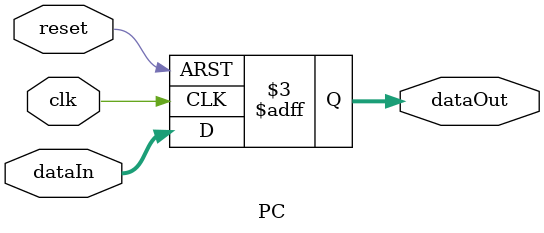
<source format=v>
`timescale 1ns/1ns

module PC(
    input [31:0] dataIn,
    input clk,
    input reset,
    output reg [31:0] dataOut
);

initial begin 
    dataOut = 32'h00400000; 
end

always @(posedge clk or posedge reset) begin
    if (reset) dataOut <= 32'h00400000;
    else dataOut <= dataIn;  
end

endmodule

</source>
